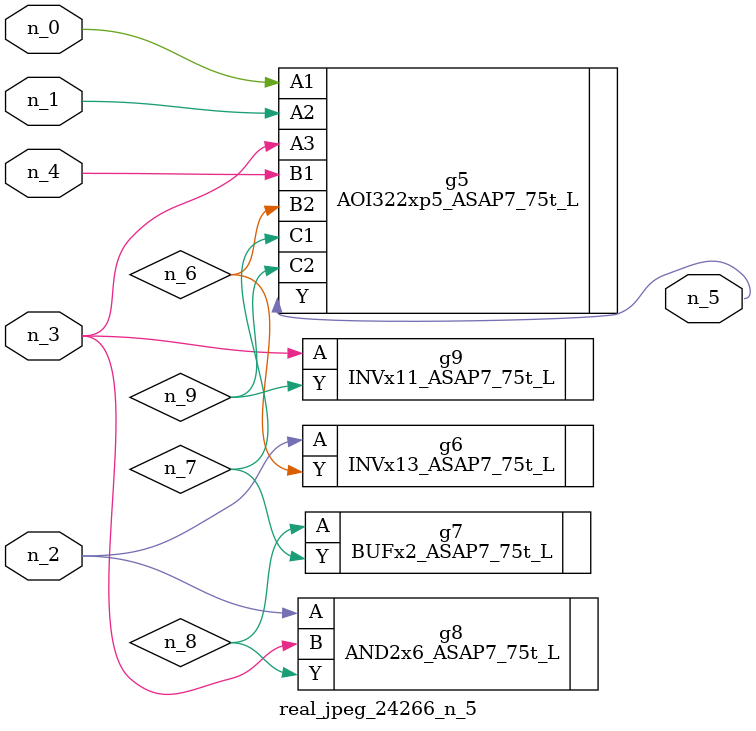
<source format=v>
module real_jpeg_24266_n_5 (n_4, n_0, n_1, n_2, n_3, n_5);

input n_4;
input n_0;
input n_1;
input n_2;
input n_3;

output n_5;

wire n_8;
wire n_6;
wire n_7;
wire n_9;

AOI322xp5_ASAP7_75t_L g5 ( 
.A1(n_0),
.A2(n_1),
.A3(n_3),
.B1(n_4),
.B2(n_6),
.C1(n_7),
.C2(n_9),
.Y(n_5)
);

INVx13_ASAP7_75t_L g6 ( 
.A(n_2),
.Y(n_6)
);

AND2x6_ASAP7_75t_L g8 ( 
.A(n_2),
.B(n_3),
.Y(n_8)
);

INVx11_ASAP7_75t_L g9 ( 
.A(n_3),
.Y(n_9)
);

BUFx2_ASAP7_75t_L g7 ( 
.A(n_8),
.Y(n_7)
);


endmodule
</source>
